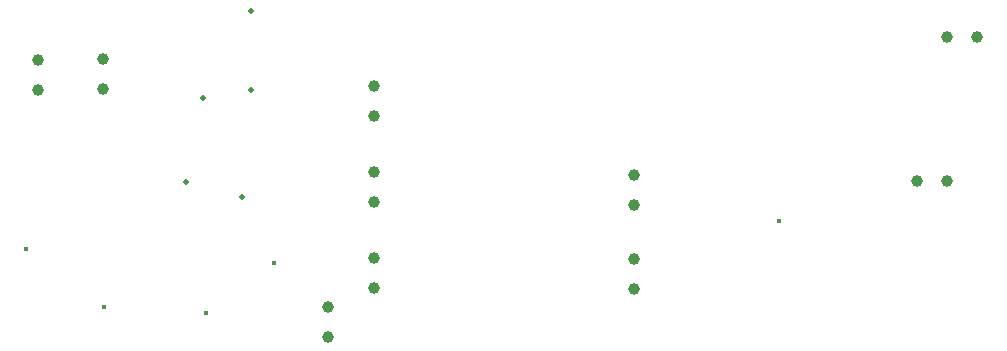
<source format=gbr>
%TF.GenerationSoftware,KiCad,Pcbnew,7.0.7*%
%TF.CreationDate,2024-01-15T16:46:36-03:00*%
%TF.ProjectId,PCB_MAQUEEN_V1,5043425f-4d41-4515-9545-454e5f56312e,rev?*%
%TF.SameCoordinates,Original*%
%TF.FileFunction,Plated,1,2,PTH,Drill*%
%TF.FilePolarity,Positive*%
%FSLAX46Y46*%
G04 Gerber Fmt 4.6, Leading zero omitted, Abs format (unit mm)*
G04 Created by KiCad (PCBNEW 7.0.7) date 2024-01-15 16:46:36*
%MOMM*%
%LPD*%
G01*
G04 APERTURE LIST*
%TA.AperFunction,ViaDrill*%
%ADD10C,0.400000*%
%TD*%
%TA.AperFunction,ViaDrill*%
%ADD11C,0.500000*%
%TD*%
%TA.AperFunction,ComponentDrill*%
%ADD12C,1.000000*%
%TD*%
G04 APERTURE END LIST*
D10*
X139550000Y-106750000D03*
X146150000Y-111650000D03*
X154780000Y-112230000D03*
X160500000Y-107980000D03*
X203300000Y-104400000D03*
D11*
X153100000Y-101100000D03*
X154500000Y-94000000D03*
X157850000Y-102350000D03*
X158600000Y-86600000D03*
X158600000Y-93300000D03*
D12*
%TO.C,J11*%
X140500000Y-90735000D03*
X140500000Y-93275000D03*
%TO.C,J9*%
X146000000Y-90725000D03*
X146000000Y-93265000D03*
%TO.C,J7*%
X165100000Y-111660000D03*
X165100000Y-114200000D03*
%TO.C,J2*%
X169000000Y-92960000D03*
X169000000Y-95500000D03*
%TO.C,J4*%
X169000000Y-100230000D03*
X169000000Y-102770000D03*
%TO.C,J6*%
X169000000Y-107500000D03*
X169000000Y-110040000D03*
%TO.C,J3*%
X191000000Y-100500000D03*
X191000000Y-103040000D03*
%TO.C,J5*%
X191000000Y-107595000D03*
X191000000Y-110135000D03*
%TO.C,J8*%
X214925000Y-101000000D03*
X217465000Y-101000000D03*
%TO.C,J10*%
X217535000Y-88800000D03*
X220075000Y-88800000D03*
M02*

</source>
